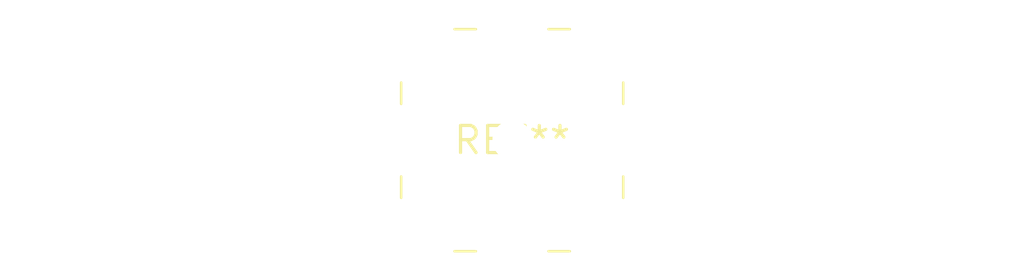
<source format=kicad_pcb>
(kicad_pcb (version 20240108) (generator pcbnew)
  (layers (0 "F.Cu" signal) (31 "B.Cu" signal) (34 "B.Paste" user) (35 "F.Paste" user) (36 "B.SilkS" user "B.Silkscreen") (37 "F.SilkS" user "F.Silkscreen") (38 "B.Mask" user) (39 "F.Mask" user) (44 "Edge.Cuts" user))
  (net 0 "")
  (footprint "Wuerth_REDCUBE-THR_WP-THRBU_74650195_THR" (layer "F.Cu") (at 0 0)
    (property "Reference" "REF**")
    (property "Value" "Wuerth_REDCUBE-THR_WP-THRBU_74650195_THR")
    (fp_line (start -5.2 -2.7) (end -5.2 -1.7) (layer "F.SilkS") (stroke (width 0.12)))
    (fp_line (start -5.2 1.7) (end -5.2 2.7) (layer "F.SilkS") (stroke (width 0.12)))
    (fp_line (start -2.7 -5.2) (end -1.7 -5.2) (layer "F.SilkS") (stroke (width 0.12)))
    (fp_line (start -2.7 5.2) (end -1.7 5.2) (layer "F.SilkS") (stroke (width 0.12)))
    (fp_line (start 1.7 -5.2) (end 2.7 -5.2) (layer "F.SilkS") (stroke (width 0.12)))
    (fp_line (start 1.7 5.2) (end 2.7 5.2) (layer "F.SilkS") (stroke (width 0.12)))
    (fp_line (start 5.2 -1.7) (end 5.2 -2.7) (layer "F.SilkS") (stroke (width 0.12)))
    (fp_line (start 5.2 2.7) (end 5.2 1.7) (layer "F.SilkS") (stroke (width 0.12)))
    (pad "1" thru_hole circle (at -4.435 -4.435) (size 3.2 3.2) (drill 1.85) (layers *.Cu *.Mask) (remove_unused_layers))
    (pad "1" thru_hole circle (at -4.435 0) (size 3.2 3.2) (drill 1.85) (layers *.Cu *.Mask) (remove_unused_layers))
    (pad "1" thru_hole circle (at -4.435 4.435) (size 3.2 3.2) (drill 1.85) (layers *.Cu *.Mask) (remove_unused_layers))
    (pad "1" thru_hole circle (at 0 -4.435) (size 3.2 3.2) (drill 1.85) (layers *.Cu *.Mask) (remove_unused_layers))
    (pad "1" thru_hole circle (at 0 0) (size 3.2 3.2) (drill 1.85) (layers *.Cu *.Mask) (remove_unused_layers))
    (pad "1" thru_hole circle (at 0 4.435) (size 3.2 3.2) (drill 1.85) (layers *.Cu *.Mask) (remove_unused_layers))
    (pad "1" thru_hole circle (at 4.435 -4.435) (size 3.2 3.2) (drill 1.85) (layers *.Cu *.Mask) (remove_unused_layers))
    (pad "1" thru_hole circle (at 4.435 0) (size 3.2 3.2) (drill 1.85) (layers *.Cu *.Mask) (remove_unused_layers))
    (pad "1" thru_hole circle (at 4.435 4.435) (size 3.2 3.2) (drill 1.85) (layers *.Cu *.Mask) (remove_unused_layers))
  )
)
</source>
